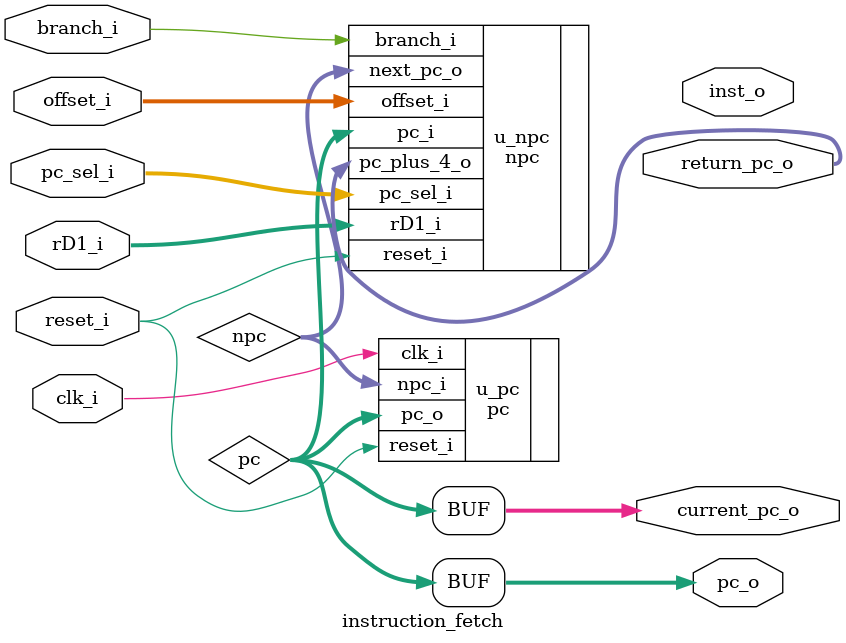
<source format=v>
`timescale 1ns / 1ps
module instruction_fetch(
    input         clk_i,
    input         reset_i,
    input  [1:0]  pc_sel_i,
    input  [31:0] offset_i,
    input  [31:0] rD1_i,
    input         branch_i,
    output [31:0] inst_o,
    output [31:0] return_pc_o,
    output [31:0] current_pc_o,     // 用于auipc
    output [31:0] pc_o
    );
    wire [31:0] npc;
    wire [31:0] pc;
    assign pc_o = pc;
    assign current_pc_o = pc;
    pc u_pc(
        .npc_i  (npc),
        .clk_i  (clk_i),
        .reset_i(reset_i),
        .pc_o   (pc)
    );
    npc u_npc(
        .reset_i    (reset_i),
        .pc_sel_i   (pc_sel_i),
        .pc_i       (pc),
        .offset_i   (offset_i),
        .rD1_i      (rD1_i),
        .branch_i   (branch_i),
        .next_pc_o  (npc),
        .pc_plus_4_o(return_pc_o)
    );
    // irom u_irom(
    //     .pc_i  (pc),
    //     .inst_o(inst_o)
    // );
endmodule

</source>
